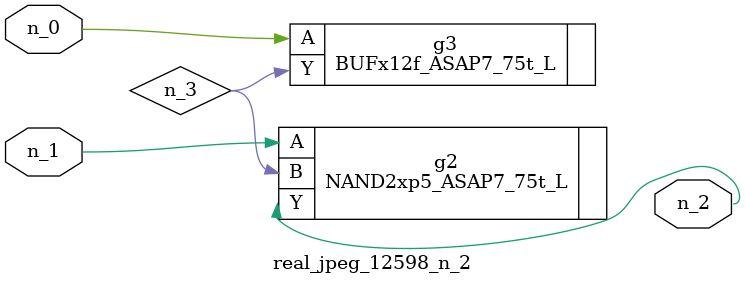
<source format=v>
module real_jpeg_12598_n_2 (n_1, n_0, n_2);

input n_1;
input n_0;

output n_2;

wire n_3;

BUFx12f_ASAP7_75t_L g3 ( 
.A(n_0),
.Y(n_3)
);

NAND2xp5_ASAP7_75t_L g2 ( 
.A(n_1),
.B(n_3),
.Y(n_2)
);


endmodule
</source>
